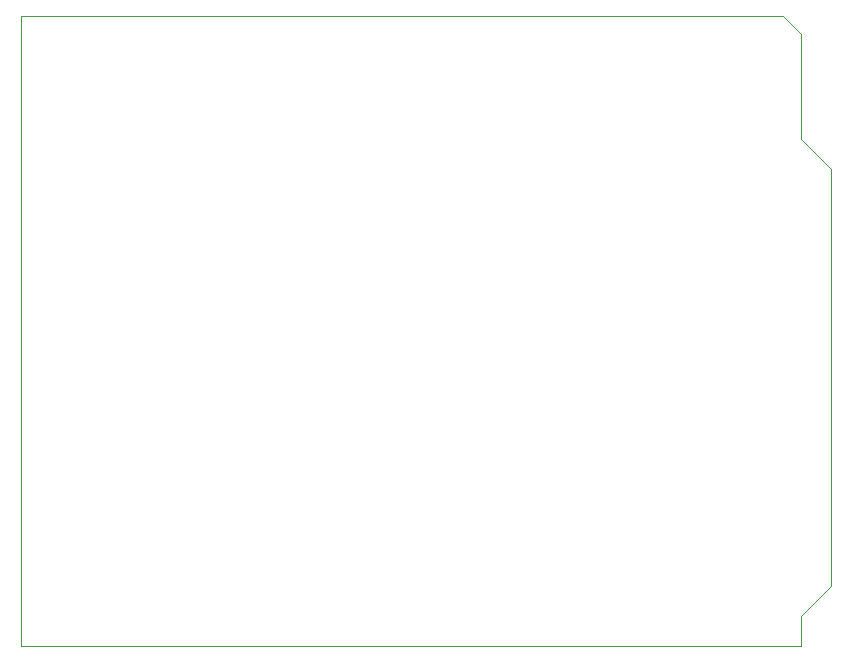
<source format=gbr>
%TF.GenerationSoftware,KiCad,Pcbnew,(5.1.8)-1*%
%TF.CreationDate,2021-12-17T21:48:39+01:00*%
%TF.ProjectId,ArduinoAudioShield,41726475-696e-46f4-9175-64696f536869,rev?*%
%TF.SameCoordinates,Original*%
%TF.FileFunction,Profile,NP*%
%FSLAX46Y46*%
G04 Gerber Fmt 4.6, Leading zero omitted, Abs format (unit mm)*
G04 Created by KiCad (PCBNEW (5.1.8)-1) date 2021-12-17 21:48:39*
%MOMM*%
%LPD*%
G01*
G04 APERTURE LIST*
%TA.AperFunction,Profile*%
%ADD10C,0.050000*%
%TD*%
G04 APERTURE END LIST*
D10*
X182880000Y-99060000D02*
X180340000Y-101600000D01*
X180340000Y-61214000D02*
X182880000Y-63754000D01*
X178816000Y-50800000D02*
X180340000Y-52324000D01*
X180340000Y-52324000D02*
X180340000Y-61214000D01*
X182880000Y-99060000D02*
X182880000Y-63754000D01*
X180340000Y-104140000D02*
X180340000Y-101600000D01*
X114300000Y-104140000D02*
X180340000Y-104140000D01*
X114300000Y-50800000D02*
X178816000Y-50800000D01*
X114300000Y-104140000D02*
X114300000Y-50800000D01*
M02*

</source>
